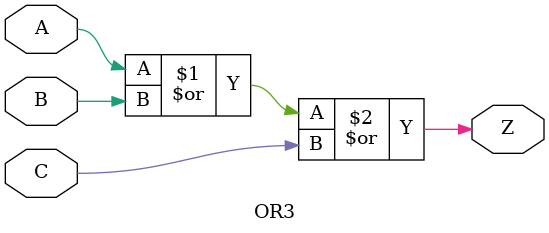
<source format=v>
`resetall
`timescale 1 ns / 100 ps

`celldefine

module OR3 (A, B, C, Z);
  input A, B, C;
  output Z;

  or (Z, A, B, C);


endmodule 

`endcelldefine

</source>
